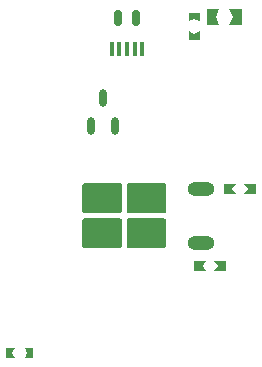
<source format=gtp>
G04*
G04 #@! TF.GenerationSoftware,Altium Limited,Altium Designer,18.1.7 (191)*
G04*
G04 Layer_Color=8421504*
%FSLAX24Y24*%
%MOIN*%
G70*
G01*
G75*
%ADD17O,0.0906X0.0454*%
%ADD18O,0.0281X0.0591*%
G04:AMPARAMS|DCode=19|XSize=53.1mil|YSize=23.6mil|CornerRadius=5.9mil|HoleSize=0mil|Usage=FLASHONLY|Rotation=90.000|XOffset=0mil|YOffset=0mil|HoleType=Round|Shape=RoundedRectangle|*
%AMROUNDEDRECTD19*
21,1,0.0531,0.0118,0,0,90.0*
21,1,0.0413,0.0236,0,0,90.0*
1,1,0.0118,0.0059,0.0207*
1,1,0.0118,0.0059,-0.0207*
1,1,0.0118,-0.0059,-0.0207*
1,1,0.0118,-0.0059,0.0207*
%
%ADD19ROUNDEDRECTD19*%
G04:AMPARAMS|DCode=20|XSize=15.7mil|YSize=49.2mil|CornerRadius=3.9mil|HoleSize=0mil|Usage=FLASHONLY|Rotation=0.000|XOffset=0mil|YOffset=0mil|HoleType=Round|Shape=RoundedRectangle|*
%AMROUNDEDRECTD20*
21,1,0.0157,0.0413,0,0,0.0*
21,1,0.0079,0.0492,0,0,0.0*
1,1,0.0079,0.0039,-0.0207*
1,1,0.0079,-0.0039,-0.0207*
1,1,0.0079,-0.0039,0.0207*
1,1,0.0079,0.0039,0.0207*
%
%ADD20ROUNDEDRECTD20*%
G36*
X52539Y30423D02*
X52362Y30502D01*
X52185Y30423D01*
Y30699D01*
X52539D01*
Y30423D01*
D02*
G37*
G36*
X53947Y30285D02*
X53533D01*
X53661Y30561D01*
X53533Y30837D01*
X53947D01*
Y30285D01*
D02*
G37*
G36*
X53071Y30561D02*
X53199Y30285D01*
X52785D01*
Y30837D01*
X53199D01*
X53071Y30561D01*
D02*
G37*
G36*
X52539Y29813D02*
X52185D01*
Y30089D01*
X52362Y30010D01*
X52539Y30089D01*
Y29813D01*
D02*
G37*
G36*
X51380Y25022D02*
X51411Y24992D01*
X51428Y24952D01*
X51428Y24930D01*
X51428Y24930D01*
X51428Y24133D01*
X51427Y24111D01*
X51410Y24071D01*
X51379Y24041D01*
X51338Y24025D01*
X51317Y24025D01*
X51317Y24025D01*
X50216Y24025D01*
X50194Y24026D01*
X50155Y24043D01*
X50124Y24074D01*
X50108Y24114D01*
X50109Y24136D01*
X50109Y24931D01*
Y24941D01*
X50113Y24962D01*
X50121Y24981D01*
X50132Y24999D01*
X50140Y25006D01*
X50140Y25006D01*
X50148Y25014D01*
X50166Y25026D01*
X50187Y25035D01*
X50208Y25039D01*
X50220Y25039D01*
X50220Y25039D01*
X51319Y25039D01*
X51341Y25039D01*
X51380Y25022D01*
D02*
G37*
G36*
X54419Y24656D02*
X54026D01*
X54144Y24833D01*
X54026Y25010D01*
X54419D01*
Y24656D01*
D02*
G37*
G36*
X53632Y24833D02*
X53750Y24656D01*
X53356D01*
Y25010D01*
X53750D01*
X53632Y24833D01*
D02*
G37*
G36*
X48743Y25039D02*
X49844D01*
X49865Y25038D01*
X49905Y25021D01*
X49936Y24990D01*
X49952Y24949D01*
X49951Y24928D01*
X49951Y24928D01*
X49951Y24133D01*
Y24123D01*
X49947Y24102D01*
X49939Y24083D01*
X49927Y24065D01*
X49920Y24058D01*
X49920Y24058D01*
X49912Y24050D01*
X49894Y24038D01*
X49873Y24029D01*
X49851Y24025D01*
X49840Y24025D01*
X49840Y24025D01*
X48741Y24025D01*
X48719Y24025D01*
X48679Y24041D01*
X48649Y24072D01*
X48632Y24112D01*
X48632Y24134D01*
X48632Y24134D01*
X48632Y24931D01*
X48633Y24953D01*
X48650Y24993D01*
X48681Y25023D01*
X48722Y25039D01*
X48743Y25039D01*
D02*
G37*
G36*
X50219Y23868D02*
X51320D01*
X51341Y23868D01*
X51381Y23850D01*
X51412Y23819D01*
X51428Y23779D01*
X51427Y23757D01*
X51427Y23757D01*
X51427Y22962D01*
Y22952D01*
X51423Y22932D01*
X51415Y22912D01*
X51404Y22895D01*
X51396Y22887D01*
X51396Y22887D01*
X51388Y22880D01*
X51370Y22867D01*
X51349Y22859D01*
X51327Y22854D01*
X51316Y22854D01*
X51316Y22854D01*
X50217Y22854D01*
X50195Y22854D01*
X50155Y22871D01*
X50125Y22901D01*
X50108Y22941D01*
X50108Y22963D01*
X50108Y22963D01*
X50108Y23760D01*
X50109Y23782D01*
X50126Y23822D01*
X50157Y23852D01*
X50198Y23868D01*
X50219Y23868D01*
D02*
G37*
G36*
X48743D02*
X49844D01*
X49865Y23868D01*
X49905Y23850D01*
X49936Y23819D01*
X49952Y23779D01*
X49951Y23757D01*
X49951Y23757D01*
X49951Y22962D01*
Y22952D01*
X49947Y22932D01*
X49939Y22912D01*
X49927Y22895D01*
X49920Y22887D01*
X49920Y22887D01*
X49912Y22880D01*
X49894Y22867D01*
X49873Y22859D01*
X49851Y22854D01*
X49840Y22854D01*
X49840Y22854D01*
X48741Y22854D01*
X48719Y22854D01*
X48679Y22871D01*
X48649Y22901D01*
X48632Y22941D01*
X48632Y22963D01*
X48632Y22963D01*
X48632Y23760D01*
X48633Y23782D01*
X48650Y23822D01*
X48681Y23852D01*
X48722Y23868D01*
X48743Y23868D01*
D02*
G37*
G36*
X53425Y22087D02*
X53032D01*
X53150Y22264D01*
X53032Y22441D01*
X53425D01*
Y22087D01*
D02*
G37*
G36*
X52638Y22264D02*
X52756Y22087D01*
X52362D01*
Y22441D01*
X52756D01*
X52638Y22264D01*
D02*
G37*
G36*
X46978Y19193D02*
X46703D01*
X46781Y19370D01*
X46703Y19547D01*
X46978D01*
Y19193D01*
D02*
G37*
G36*
X46289Y19370D02*
X46368Y19193D01*
X46093D01*
Y19547D01*
X46368D01*
X46289Y19370D01*
D02*
G37*
D17*
X52589Y24844D02*
D03*
Y23049D02*
D03*
D18*
X48917Y26944D02*
D03*
X49717D02*
D03*
X49317Y27854D02*
D03*
D19*
X50433Y30541D02*
D03*
X49803D02*
D03*
D20*
X50630Y29508D02*
D03*
X50374D02*
D03*
X50118D02*
D03*
X49862D02*
D03*
X49606D02*
D03*
M02*

</source>
